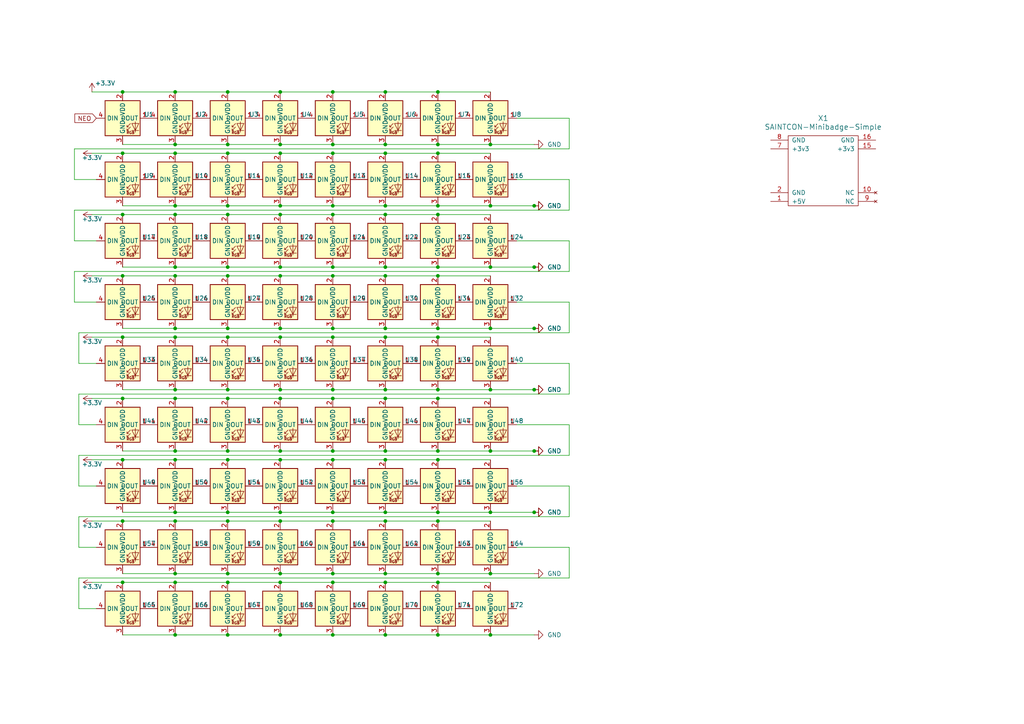
<source format=kicad_sch>
(kicad_sch (version 20230121) (generator eeschema)
  (paper "A4")
  (lib_symbols
    (symbol "XINGLIGHT-XL-1010RGBC-WS2812B:XINGLIGHT-XL-1010RGBC-WS2812B"
      (property "Reference" "U" (at 5.08 6.35 0))
      (symbol "XINGLIGHT-XL-1010RGBC-WS2812B_0_0"
        (text "RGB" (at 2.286 -4.191 0) (effects (font (size 0.762 0.762))))
      )
      (symbol "XINGLIGHT-XL-1010RGBC-WS2812B_0_1"
        (polyline (pts (xy 1.27 -3.556) (xy 1.778 -3.556)))
        (polyline (pts (xy 1.27 -2.54) (xy 1.778 -2.54)))
        (polyline (pts (xy 4.699 -3.556) (xy 2.667 -3.556)))
        (polyline (pts (xy 2.286 -2.54) (xy 1.27 -3.556) (xy 1.27 -3.048)))
        (polyline (pts (xy 2.286 -1.524) (xy 1.27 -2.54) (xy 1.27 -2.032)))
        (polyline (pts (xy 3.683 -1.016) (xy 3.683 -3.556) (xy 3.683 -4.064)))
        (polyline (pts (xy 4.699 -1.524) (xy 2.667 -1.524) (xy 3.683 -3.556) (xy 4.699 -1.524)))
        (rectangle (start 5.08 5.08) (end -5.08 -5.08) (stroke (width 0.254)) (fill (type background)))
      )
      (symbol "XINGLIGHT-XL-1010RGBC-WS2812B_1_1"
        (pin output line (at 7.62 0 180) (length 2.54) (name "DOUT") (number "1"))
        (pin power_in line (at 0 7.62 270) (length 2.54) (name "VDD") (number "2"))
        (pin power_in line (at 0 -7.62 90) (length 2.54) (name "GND") (number "3"))
        (pin input line (at -7.62 0 0) (length 2.54) (name "DIN") (number "4"))
      )
    )
    (symbol "power:+3.3V" (power) (pin_names (offset 0))
      (property "Value" "+3.3V" (at 0 3.556 0))
      (symbol "+3.3V_0_1"
        (polyline (pts (xy -0.762 1.27) (xy 0 2.54)))
        (polyline (pts (xy 0 0) (xy 0 2.54)))
        (polyline (pts (xy 0 2.54) (xy 0.762 1.27)))
      )
      (symbol "+3.3V_1_1"
        (pin power_in line (at 0 0 90) (length 0) hide (name "+3.3V") (number "1"))
      )
    )
    (symbol "power:GND" (power) (pin_names (offset 0))
      (property "Value" "GND" (at 0 -3.81 0))
      (symbol "GND_0_1"
        (polyline (pts (xy 0 0) (xy 0 -1.27) (xy 1.27 -1.27) (xy 0 -2.54) (xy -1.27 -1.27) (xy 0 -1.27)))
      )
      (symbol "GND_1_1"
        (pin power_in line (at 0 0 270) (length 0) hide (name "GND") (number "1"))
      )
    )
    (symbol "saintcon-minibadge:SAINTCON-Minibadge-Simple" (pin_names (offset 1.016))
      (property "Reference" "X" (at 11.43 8.89 0))
      (property "Value" "SAINTCON-Minibadge-Simple" (at 11.43 6.35 0))
      (symbol "SAINTCON-Minibadge-Simple_0_1"
        (rectangle (start -10.16 10.16) (end 10.16 -10.16))
      )
      (symbol "SAINTCON-Minibadge-Simple_1_1"
        (pin power_in line (at -8.89 15.24 270) (length 5.08) (name "+5V") (number "1"))
        (pin no_connect line (at -6.35 -15.24 90) (length 5.08) (name "NC") (number "10"))
        (pin power_in line (at 6.35 -15.24 90) (length 5.08) (name "+3v3") (number "15"))
        (pin power_in line (at 8.89 -15.24 90) (length 5.08) (name "GND") (number "16"))
        (pin power_in line (at -6.35 15.24 270) (length 5.08) (name "GND") (number "2"))
        (pin power_in line (at 6.35 15.24 270) (length 5.08) (name "+3v3") (number "7"))
        (pin power_in line (at 8.89 15.24 270) (length 5.08) (name "GND") (number "8"))
        (pin no_connect line (at -8.89 -15.24 90) (length 5.08) (name "NC") (number "9"))
      )
    )
  )
  (junction (at 66.04 26.67))
  (junction (at 81.28 95.25))
  (junction (at 127 184.15))
  (junction (at 154.94 59.69))
  (junction (at 111.76 41.91))
  (junction (at 96.52 77.47))
  (junction (at 111.76 115.57))
  (junction (at 127 133.35))
  (junction (at 142.24 166.37))
  (junction (at 81.28 133.35))
  (junction (at 35.56 62.23))
  (junction (at 154.94 113.03))
  (junction (at 96.52 80.01))
  (junction (at 96.52 151.13))
  (junction (at 127 26.67))
  (junction (at 142.24 113.03))
  (junction (at 111.76 168.91))
  (junction (at 127 97.79))
  (junction (at 50.8 97.79))
  (junction (at 66.04 77.47))
  (junction (at 142.24 148.59))
  (junction (at 50.8 151.13))
  (junction (at 154.94 95.25))
  (junction (at 50.8 95.25))
  (junction (at 142.24 130.81))
  (junction (at 96.52 97.79))
  (junction (at 50.8 113.03))
  (junction (at 111.76 151.13))
  (junction (at 50.8 133.35))
  (junction (at 81.28 113.03))
  (junction (at 111.76 59.69))
  (junction (at 81.28 62.23))
  (junction (at 66.04 151.13))
  (junction (at 66.04 95.25))
  (junction (at 96.52 41.91))
  (junction (at 66.04 184.15))
  (junction (at 111.76 77.47))
  (junction (at 50.8 26.67))
  (junction (at 66.04 130.81))
  (junction (at 127 77.47))
  (junction (at 111.76 166.37))
  (junction (at 127 95.25))
  (junction (at 111.76 113.03))
  (junction (at 96.52 62.23))
  (junction (at 66.04 168.91))
  (junction (at 81.28 59.69))
  (junction (at 50.8 41.91))
  (junction (at 127 115.57))
  (junction (at 96.52 130.81))
  (junction (at 127 166.37))
  (junction (at 35.56 44.45))
  (junction (at 127 44.45))
  (junction (at 50.8 44.45))
  (junction (at 142.24 77.47))
  (junction (at 66.04 115.57))
  (junction (at 111.76 95.25))
  (junction (at 96.52 168.91))
  (junction (at 142.24 41.91))
  (junction (at 154.94 77.47))
  (junction (at 50.8 77.47))
  (junction (at 142.24 184.15))
  (junction (at 81.28 184.15))
  (junction (at 35.56 80.01))
  (junction (at 81.28 26.67))
  (junction (at 50.8 130.81))
  (junction (at 81.28 166.37))
  (junction (at 111.76 44.45))
  (junction (at 96.52 44.45))
  (junction (at 81.28 41.91))
  (junction (at 66.04 97.79))
  (junction (at 81.28 130.81))
  (junction (at 111.76 148.59))
  (junction (at 50.8 148.59))
  (junction (at 81.28 168.91))
  (junction (at 96.52 115.57))
  (junction (at 127 168.91))
  (junction (at 66.04 62.23))
  (junction (at 127 148.59))
  (junction (at 96.52 113.03))
  (junction (at 111.76 97.79))
  (junction (at 81.28 115.57))
  (junction (at 66.04 44.45))
  (junction (at 127 113.03))
  (junction (at 66.04 148.59))
  (junction (at 127 62.23))
  (junction (at 127 130.81))
  (junction (at 111.76 62.23))
  (junction (at 35.56 97.79))
  (junction (at 35.56 168.91))
  (junction (at 111.76 133.35))
  (junction (at 66.04 41.91))
  (junction (at 127 59.69))
  (junction (at 96.52 148.59))
  (junction (at 66.04 113.03))
  (junction (at 66.04 166.37))
  (junction (at 111.76 184.15))
  (junction (at 96.52 133.35))
  (junction (at 142.24 95.25))
  (junction (at 66.04 133.35))
  (junction (at 50.8 115.57))
  (junction (at 35.56 115.57))
  (junction (at 154.94 148.59))
  (junction (at 96.52 59.69))
  (junction (at 127 41.91))
  (junction (at 111.76 26.67))
  (junction (at 96.52 95.25))
  (junction (at 96.52 166.37))
  (junction (at 127 151.13))
  (junction (at 50.8 166.37))
  (junction (at 142.24 59.69))
  (junction (at 81.28 44.45))
  (junction (at 50.8 184.15))
  (junction (at 50.8 80.01))
  (junction (at 66.04 80.01))
  (junction (at 111.76 80.01))
  (junction (at 111.76 130.81))
  (junction (at 154.94 130.81))
  (junction (at 66.04 59.69))
  (junction (at 96.52 26.67))
  (junction (at 81.28 151.13))
  (junction (at 81.28 97.79))
  (junction (at 35.56 133.35))
  (junction (at 81.28 77.47))
  (junction (at 50.8 168.91))
  (junction (at 50.8 59.69))
  (junction (at 50.8 62.23))
  (junction (at 127 80.01))
  (junction (at 35.56 151.13))
  (junction (at 81.28 80.01))
  (junction (at 35.56 26.67))
  (junction (at 96.52 184.15))
  (junction (at 81.28 148.59))
  (wire (pts (xy 50.8 133.35) (xy 66.04 133.35)))
  (wire (pts (xy 149.86 105.41) (xy 165.1 105.41)))
  (wire (pts (xy 111.76 151.13) (xy 127 151.13)))
  (wire (pts (xy 111.76 95.25) (xy 127 95.25)))
  (wire (pts (xy 35.56 113.03) (xy 50.8 113.03)))
  (wire (pts (xy 66.04 77.47) (xy 81.28 77.47)))
  (wire (pts (xy 127 166.37) (xy 142.24 166.37)))
  (wire (pts (xy 96.52 77.47) (xy 111.76 77.47)))
  (wire (pts (xy 66.04 130.81) (xy 81.28 130.81)))
  (wire (pts (xy 81.28 62.23) (xy 96.52 62.23)))
  (wire (pts (xy 21.59 60.96) (xy 21.59 69.85)))
  (wire (pts (xy 22.86 123.19) (xy 27.94 123.19)))
  (wire (pts (xy 165.1 69.85) (xy 165.1 78.74)))
  (wire (pts (xy 96.52 95.25) (xy 111.76 95.25)))
  (wire (pts (xy 111.76 130.81) (xy 127 130.81)))
  (wire (pts (xy 22.86 176.53) (xy 27.94 176.53)))
  (wire (pts (xy 81.28 130.81) (xy 96.52 130.81)))
  (wire (pts (xy 50.8 26.67) (xy 66.04 26.67)))
  (wire (pts (xy 142.24 113.03) (xy 154.94 113.03)))
  (wire (pts (xy 96.52 151.13) (xy 111.76 151.13)))
  (wire (pts (xy 35.56 184.15) (xy 50.8 184.15)))
  (wire (pts (xy 96.52 80.01) (xy 111.76 80.01)))
  (wire (pts (xy 21.59 43.18) (xy 21.59 52.07)))
  (wire (pts (xy 127 77.47) (xy 142.24 77.47)))
  (wire (pts (xy 96.52 59.69) (xy 111.76 59.69)))
  (wire (pts (xy 50.8 113.03) (xy 66.04 113.03)))
  (wire (pts (xy 96.52 166.37) (xy 111.76 166.37)))
  (wire (pts (xy 127 26.67) (xy 142.24 26.67)))
  (wire (pts (xy 21.59 69.85) (xy 27.94 69.85)))
  (wire (pts (xy 127 133.35) (xy 142.24 133.35)))
  (wire (pts (xy 81.28 77.47) (xy 96.52 77.47)))
  (wire (pts (xy 165.1 132.08) (xy 22.86 132.08)))
  (wire (pts (xy 66.04 113.03) (xy 81.28 113.03)))
  (wire (pts (xy 26.67 168.91) (xy 35.56 168.91)))
  (wire (pts (xy 165.1 167.64) (xy 165.1 158.75)))
  (wire (pts (xy 35.56 62.23) (xy 50.8 62.23)))
  (wire (pts (xy 35.56 26.67) (xy 50.8 26.67)))
  (wire (pts (xy 66.04 148.59) (xy 81.28 148.59)))
  (wire (pts (xy 35.56 44.45) (xy 50.8 44.45)))
  (wire (pts (xy 66.04 62.23) (xy 81.28 62.23)))
  (wire (pts (xy 26.67 44.45) (xy 35.56 44.45)))
  (wire (pts (xy 66.04 95.25) (xy 81.28 95.25)))
  (wire (pts (xy 66.04 184.15) (xy 81.28 184.15)))
  (wire (pts (xy 81.28 80.01) (xy 96.52 80.01)))
  (wire (pts (xy 22.86 132.08) (xy 22.86 140.97)))
  (wire (pts (xy 149.86 87.63) (xy 165.1 87.63)))
  (wire (pts (xy 142.24 41.91) (xy 154.94 41.91)))
  (wire (pts (xy 127 95.25) (xy 142.24 95.25)))
  (wire (pts (xy 81.28 184.15) (xy 96.52 184.15)))
  (wire (pts (xy 81.28 166.37) (xy 96.52 166.37)))
  (wire (pts (xy 81.28 95.25) (xy 96.52 95.25)))
  (wire (pts (xy 50.8 115.57) (xy 66.04 115.57)))
  (wire (pts (xy 22.86 140.97) (xy 27.94 140.97)))
  (wire (pts (xy 26.67 62.23) (xy 35.56 62.23)))
  (wire (pts (xy 96.52 97.79) (xy 111.76 97.79)))
  (wire (pts (xy 50.8 80.01) (xy 66.04 80.01)))
  (wire (pts (xy 96.52 148.59) (xy 111.76 148.59)))
  (wire (pts (xy 35.56 41.91) (xy 50.8 41.91)))
  (wire (pts (xy 111.76 133.35) (xy 127 133.35)))
  (wire (pts (xy 165.1 149.86) (xy 22.86 149.86)))
  (wire (pts (xy 35.56 59.69) (xy 50.8 59.69)))
  (wire (pts (xy 81.28 41.91) (xy 96.52 41.91)))
  (wire (pts (xy 66.04 168.91) (xy 81.28 168.91)))
  (wire (pts (xy 142.24 148.59) (xy 154.94 148.59)))
  (wire (pts (xy 66.04 133.35) (xy 81.28 133.35)))
  (wire (pts (xy 149.86 69.85) (xy 165.1 69.85)))
  (wire (pts (xy 127 184.15) (xy 142.24 184.15)))
  (wire (pts (xy 165.1 123.19) (xy 165.1 132.08)))
  (wire (pts (xy 165.1 96.52) (xy 22.86 96.52)))
  (wire (pts (xy 96.52 133.35) (xy 111.76 133.35)))
  (wire (pts (xy 35.56 130.81) (xy 50.8 130.81)))
  (wire (pts (xy 50.8 62.23) (xy 66.04 62.23)))
  (wire (pts (xy 127 113.03) (xy 142.24 113.03)))
  (wire (pts (xy 22.86 105.41) (xy 27.94 105.41)))
  (wire (pts (xy 165.1 43.18) (xy 21.59 43.18)))
  (wire (pts (xy 81.28 97.79) (xy 96.52 97.79)))
  (wire (pts (xy 66.04 59.69) (xy 81.28 59.69)))
  (wire (pts (xy 111.76 41.91) (xy 127 41.91)))
  (wire (pts (xy 81.28 168.91) (xy 96.52 168.91)))
  (wire (pts (xy 165.1 114.3) (xy 22.86 114.3)))
  (wire (pts (xy 111.76 184.15) (xy 127 184.15)))
  (wire (pts (xy 66.04 166.37) (xy 81.28 166.37)))
  (wire (pts (xy 127 97.79) (xy 142.24 97.79)))
  (wire (pts (xy 21.59 87.63) (xy 27.94 87.63)))
  (wire (pts (xy 165.1 87.63) (xy 165.1 96.52)))
  (wire (pts (xy 142.24 77.47) (xy 154.94 77.47)))
  (wire (pts (xy 127 41.91) (xy 142.24 41.91)))
  (wire (pts (xy 96.52 62.23) (xy 111.76 62.23)))
  (wire (pts (xy 35.56 115.57) (xy 50.8 115.57)))
  (wire (pts (xy 111.76 113.03) (xy 127 113.03)))
  (wire (pts (xy 50.8 151.13) (xy 66.04 151.13)))
  (wire (pts (xy 35.56 95.25) (xy 50.8 95.25)))
  (wire (pts (xy 81.28 148.59) (xy 96.52 148.59)))
  (wire (pts (xy 96.52 115.57) (xy 111.76 115.57)))
  (wire (pts (xy 26.67 80.01) (xy 35.56 80.01)))
  (wire (pts (xy 21.59 52.07) (xy 27.94 52.07)))
  (wire (pts (xy 127 151.13) (xy 142.24 151.13)))
  (wire (pts (xy 111.76 77.47) (xy 127 77.47)))
  (wire (pts (xy 26.67 26.67) (xy 35.56 26.67)))
  (wire (pts (xy 149.86 123.19) (xy 165.1 123.19)))
  (wire (pts (xy 26.67 115.57) (xy 35.56 115.57)))
  (wire (pts (xy 165.1 60.96) (xy 21.59 60.96)))
  (wire (pts (xy 26.67 133.35) (xy 35.56 133.35)))
  (wire (pts (xy 127 115.57) (xy 142.24 115.57)))
  (wire (pts (xy 149.86 52.07) (xy 165.1 52.07)))
  (wire (pts (xy 165.1 34.29) (xy 165.1 43.18)))
  (wire (pts (xy 127 62.23) (xy 142.24 62.23)))
  (wire (pts (xy 66.04 115.57) (xy 81.28 115.57)))
  (wire (pts (xy 35.56 77.47) (xy 50.8 77.47)))
  (wire (pts (xy 96.52 26.67) (xy 111.76 26.67)))
  (wire (pts (xy 66.04 26.67) (xy 81.28 26.67)))
  (wire (pts (xy 111.76 148.59) (xy 127 148.59)))
  (wire (pts (xy 35.56 80.01) (xy 50.8 80.01)))
  (wire (pts (xy 50.8 95.25) (xy 66.04 95.25)))
  (wire (pts (xy 50.8 166.37) (xy 66.04 166.37)))
  (wire (pts (xy 66.04 80.01) (xy 81.28 80.01)))
  (wire (pts (xy 111.76 62.23) (xy 127 62.23)))
  (wire (pts (xy 127 44.45) (xy 142.24 44.45)))
  (wire (pts (xy 81.28 151.13) (xy 96.52 151.13)))
  (wire (pts (xy 35.56 168.91) (xy 50.8 168.91)))
  (wire (pts (xy 127 59.69) (xy 142.24 59.69)))
  (wire (pts (xy 50.8 97.79) (xy 66.04 97.79)))
  (wire (pts (xy 66.04 44.45) (xy 81.28 44.45)))
  (wire (pts (xy 149.86 34.29) (xy 165.1 34.29)))
  (wire (pts (xy 96.52 44.45) (xy 111.76 44.45)))
  (wire (pts (xy 111.76 26.67) (xy 127 26.67)))
  (wire (pts (xy 81.28 133.35) (xy 96.52 133.35)))
  (wire (pts (xy 35.56 151.13) (xy 50.8 151.13)))
  (wire (pts (xy 127 80.01) (xy 142.24 80.01)))
  (wire (pts (xy 111.76 59.69) (xy 127 59.69)))
  (wire (pts (xy 111.76 168.91) (xy 127 168.91)))
  (wire (pts (xy 96.52 41.91) (xy 111.76 41.91)))
  (wire (pts (xy 50.8 41.91) (xy 66.04 41.91)))
  (wire (pts (xy 50.8 184.15) (xy 66.04 184.15)))
  (wire (pts (xy 22.86 158.75) (xy 27.94 158.75)))
  (wire (pts (xy 22.86 96.52) (xy 22.86 105.41)))
  (wire (pts (xy 50.8 148.59) (xy 66.04 148.59)))
  (wire (pts (xy 50.8 130.81) (xy 66.04 130.81)))
  (wire (pts (xy 66.04 151.13) (xy 81.28 151.13)))
  (wire (pts (xy 142.24 95.25) (xy 154.94 95.25)))
  (wire (pts (xy 165.1 167.64) (xy 22.86 167.64)))
  (wire (pts (xy 127 148.59) (xy 142.24 148.59)))
  (wire (pts (xy 81.28 59.69) (xy 96.52 59.69)))
  (wire (pts (xy 22.86 167.64) (xy 22.86 176.53)))
  (wire (pts (xy 81.28 113.03) (xy 96.52 113.03)))
  (wire (pts (xy 26.67 151.13) (xy 35.56 151.13)))
  (wire (pts (xy 149.86 140.97) (xy 165.1 140.97)))
  (wire (pts (xy 50.8 77.47) (xy 66.04 77.47)))
  (wire (pts (xy 111.76 97.79) (xy 127 97.79)))
  (wire (pts (xy 142.24 130.81) (xy 154.94 130.81)))
  (wire (pts (xy 165.1 140.97) (xy 165.1 149.86)))
  (wire (pts (xy 35.56 148.59) (xy 50.8 148.59)))
  (wire (pts (xy 81.28 115.57) (xy 96.52 115.57)))
  (wire (pts (xy 165.1 105.41) (xy 165.1 114.3)))
  (wire (pts (xy 127 168.91) (xy 142.24 168.91)))
  (wire (pts (xy 66.04 97.79) (xy 81.28 97.79)))
  (wire (pts (xy 165.1 52.07) (xy 165.1 60.96)))
  (wire (pts (xy 26.67 97.79) (xy 35.56 97.79)))
  (wire (pts (xy 142.24 184.15) (xy 154.94 184.15)))
  (wire (pts (xy 81.28 44.45) (xy 96.52 44.45)))
  (wire (pts (xy 96.52 168.91) (xy 111.76 168.91)))
  (wire (pts (xy 66.04 41.91) (xy 81.28 41.91)))
  (wire (pts (xy 21.59 78.74) (xy 21.59 87.63)))
  (wire (pts (xy 165.1 78.74) (xy 21.59 78.74)))
  (wire (pts (xy 22.86 114.3) (xy 22.86 123.19)))
  (wire (pts (xy 142.24 166.37) (xy 154.94 166.37)))
  (wire (pts (xy 111.76 115.57) (xy 127 115.57)))
  (wire (pts (xy 35.56 166.37) (xy 50.8 166.37)))
  (wire (pts (xy 35.56 133.35) (xy 50.8 133.35)))
  (wire (pts (xy 96.52 113.03) (xy 111.76 113.03)))
  (wire (pts (xy 50.8 59.69) (xy 66.04 59.69)))
  (wire (pts (xy 127 130.81) (xy 142.24 130.81)))
  (wire (pts (xy 111.76 166.37) (xy 127 166.37)))
  (wire (pts (xy 22.86 149.86) (xy 22.86 158.75)))
  (wire (pts (xy 50.8 168.91) (xy 66.04 168.91)))
  (wire (pts (xy 96.52 130.81) (xy 111.76 130.81)))
  (wire (pts (xy 81.28 26.67) (xy 96.52 26.67)))
  (wire (pts (xy 111.76 44.45) (xy 127 44.45)))
  (wire (pts (xy 142.24 59.69) (xy 154.94 59.69)))
  (wire (pts (xy 96.52 184.15) (xy 111.76 184.15)))
  (wire (pts (xy 165.1 158.75) (xy 149.86 158.75)))
  (wire (pts (xy 50.8 44.45) (xy 66.04 44.45)))
  (wire (pts (xy 111.76 80.01) (xy 127 80.01)))
  (wire (pts (xy 35.56 97.79) (xy 50.8 97.79)))
  (global_label "NEO" (shape input) (at 27.94 34.29 180) (property "Intersheetrefs" "${INTERSHEET_REFS}" (effects hide)))
  (symbol (lib_id "XINGLIGHT-XL-1010RGBC-WS2812B:XINGLIGHT-XL-1010RGBC-WS2812B") (at 50.8 34.29 0) (unit 1)
    (property "Reference" "U2" (at 58.42 33.1821 0))
    (property "Value" "~" (at 50.8 34.29 0))
    (property "Footprint" "XINGLIGHT-XL-1010RGBC-WS2812B:XINGLIGHT-XL-1010RGBC-WS2812B" (effects hide))
  )
  (symbol (lib_id "power:+3.3V") (at 26.67 62.23 90) (unit 1)
    (property "Reference" "#PWR05" (effects hide))
    (property "Value" "+3.3V" (at 26.67 63.5 90))
  )
  (symbol (lib_id "saintcon-minibadge:SAINTCON-Minibadge-Simple") (at 238.76 49.53 90) (unit 1)
    (property "Reference" "X1" (at 238.76 34.29 90) (effects (font (size 1.524 1.524))))
    (property "Value" "SAINTCON-Minibadge-Simple" (at 238.76 36.83 90) (effects (font (size 1.524 1.524))))
    (property "Footprint" "minibadge_kicad:SAINTCON-Minibadge-redactd2023-top" (effects hide))
  )
  (symbol (lib_id "XINGLIGHT-XL-1010RGBC-WS2812B:XINGLIGHT-XL-1010RGBC-WS2812B") (at 142.24 158.75 0) (unit 1)
    (property "Reference" "U64" (at 149.86 157.6421 0))
    (property "Value" "~" (at 142.24 158.75 0))
    (property "Footprint" "XINGLIGHT-XL-1010RGBC-WS2812B:XINGLIGHT-XL-1010RGBC-WS2812B" (effects hide))
  )
  (symbol (lib_id "XINGLIGHT-XL-1010RGBC-WS2812B:XINGLIGHT-XL-1010RGBC-WS2812B") (at 35.56 176.53 0) (unit 1)
    (property "Reference" "U65" (at 43.18 175.4221 0))
    (property "Value" "~" (at 35.56 176.53 0))
    (property "Footprint" "XINGLIGHT-XL-1010RGBC-WS2812B:XINGLIGHT-XL-1010RGBC-WS2812B" (effects hide))
  )
  (symbol (lib_id "power:GND") (at 154.94 113.03 90) (unit 1)
    (property "Reference" "#PWR015" (effects hide))
    (property "Value" "GND" (at 158.75 113.03 90) (effects (justify right)))
  )
  (symbol (lib_id "power:+3.3V") (at 26.67 115.57 90) (unit 1)
    (property "Reference" "#PWR014" (effects hide))
    (property "Value" "+3.3V" (at 26.67 116.84 90))
  )
  (symbol (lib_id "XINGLIGHT-XL-1010RGBC-WS2812B:XINGLIGHT-XL-1010RGBC-WS2812B") (at 111.76 158.75 0) (unit 1)
    (property "Reference" "U62" (at 119.38 157.6421 0))
    (property "Value" "~" (at 111.76 158.75 0))
    (property "Footprint" "XINGLIGHT-XL-1010RGBC-WS2812B:XINGLIGHT-XL-1010RGBC-WS2812B" (effects hide))
  )
  (symbol (lib_id "XINGLIGHT-XL-1010RGBC-WS2812B:XINGLIGHT-XL-1010RGBC-WS2812B") (at 142.24 105.41 0) (unit 1)
    (property "Reference" "U40" (at 149.86 104.3021 0))
    (property "Value" "~" (at 142.24 105.41 0))
    (property "Footprint" "XINGLIGHT-XL-1010RGBC-WS2812B:XINGLIGHT-XL-1010RGBC-WS2812B" (effects hide))
  )
  (symbol (lib_id "power:GND") (at 154.94 59.69 90) (unit 1)
    (property "Reference" "#PWR04" (effects hide))
    (property "Value" "GND" (at 158.75 59.69 90) (effects (justify right)))
  )
  (symbol (lib_id "power:GND") (at 154.94 59.69 90) (unit 1)
    (property "Reference" "#PWR06" (effects hide))
    (property "Value" "GND" (at 158.75 59.69 90) (effects (justify right)))
  )
  (symbol (lib_id "power:GND") (at 154.94 166.37 90) (unit 1)
    (property "Reference" "#PWR022" (effects hide))
    (property "Value" "GND" (at 158.75 166.37 90) (effects (justify right)))
  )
  (symbol (lib_id "XINGLIGHT-XL-1010RGBC-WS2812B:XINGLIGHT-XL-1010RGBC-WS2812B") (at 96.52 123.19 0) (unit 1)
    (property "Reference" "U45" (at 104.14 122.0821 0))
    (property "Value" "~" (at 96.52 123.19 0))
    (property "Footprint" "XINGLIGHT-XL-1010RGBC-WS2812B:XINGLIGHT-XL-1010RGBC-WS2812B" (effects hide))
  )
  (symbol (lib_id "power:+3.3V") (at 26.67 80.01 90) (unit 1)
    (property "Reference" "#PWR08" (effects hide))
    (property "Value" "+3.3V" (at 26.67 81.28 90))
  )
  (symbol (lib_id "XINGLIGHT-XL-1010RGBC-WS2812B:XINGLIGHT-XL-1010RGBC-WS2812B") (at 35.56 34.29 0) (unit 1)
    (property "Reference" "U1" (at 43.18 33.1821 0))
    (property "Value" "~" (at 35.56 34.29 0))
    (property "Footprint" "XINGLIGHT-XL-1010RGBC-WS2812B:XINGLIGHT-XL-1010RGBC-WS2812B" (effects hide))
  )
  (symbol (lib_id "XINGLIGHT-XL-1010RGBC-WS2812B:XINGLIGHT-XL-1010RGBC-WS2812B") (at 142.24 87.63 0) (unit 1)
    (property "Reference" "U32" (at 149.86 86.5221 0))
    (property "Value" "~" (at 142.24 87.63 0))
    (property "Footprint" "XINGLIGHT-XL-1010RGBC-WS2812B:XINGLIGHT-XL-1010RGBC-WS2812B" (effects hide))
  )
  (symbol (lib_id "XINGLIGHT-XL-1010RGBC-WS2812B:XINGLIGHT-XL-1010RGBC-WS2812B") (at 81.28 158.75 0) (unit 1)
    (property "Reference" "U60" (at 88.9 157.6421 0))
    (property "Value" "~" (at 81.28 158.75 0))
    (property "Footprint" "XINGLIGHT-XL-1010RGBC-WS2812B:XINGLIGHT-XL-1010RGBC-WS2812B" (effects hide))
  )
  (symbol (lib_id "power:+3.3V") (at 26.67 168.91 90) (unit 1)
    (property "Reference" "#PWR023" (effects hide))
    (property "Value" "+3.3V" (at 26.67 170.18 90))
  )
  (symbol (lib_id "XINGLIGHT-XL-1010RGBC-WS2812B:XINGLIGHT-XL-1010RGBC-WS2812B") (at 81.28 140.97 0) (unit 1)
    (property "Reference" "U52" (at 88.9 139.8621 0))
    (property "Value" "~" (at 81.28 140.97 0))
    (property "Footprint" "XINGLIGHT-XL-1010RGBC-WS2812B:XINGLIGHT-XL-1010RGBC-WS2812B" (effects hide))
  )
  (symbol (lib_id "power:GND") (at 154.94 77.47 90) (unit 1)
    (property "Reference" "#PWR07" (effects hide))
    (property "Value" "GND" (at 158.75 77.47 90) (effects (justify right)))
  )
  (symbol (lib_id "power:GND") (at 154.94 113.03 90) (unit 1)
    (property "Reference" "#PWR013" (effects hide))
    (property "Value" "GND" (at 158.75 113.03 90) (effects (justify right)))
  )
  (symbol (lib_id "XINGLIGHT-XL-1010RGBC-WS2812B:XINGLIGHT-XL-1010RGBC-WS2812B") (at 111.76 140.97 0) (unit 1)
    (property "Reference" "U54" (at 119.38 139.8621 0))
    (property "Value" "~" (at 111.76 140.97 0))
    (property "Footprint" "XINGLIGHT-XL-1010RGBC-WS2812B:XINGLIGHT-XL-1010RGBC-WS2812B" (effects hide))
  )
  (symbol (lib_id "XINGLIGHT-XL-1010RGBC-WS2812B:XINGLIGHT-XL-1010RGBC-WS2812B") (at 66.04 123.19 0) (unit 1)
    (property "Reference" "U43" (at 73.66 122.0821 0))
    (property "Value" "~" (at 66.04 123.19 0))
    (property "Footprint" "XINGLIGHT-XL-1010RGBC-WS2812B:XINGLIGHT-XL-1010RGBC-WS2812B" (effects hide))
  )
  (symbol (lib_id "XINGLIGHT-XL-1010RGBC-WS2812B:XINGLIGHT-XL-1010RGBC-WS2812B") (at 96.52 69.85 0) (unit 1)
    (property "Reference" "U21" (at 104.14 68.7421 0))
    (property "Value" "~" (at 96.52 69.85 0))
    (property "Footprint" "XINGLIGHT-XL-1010RGBC-WS2812B:XINGLIGHT-XL-1010RGBC-WS2812B" (effects hide))
  )
  (symbol (lib_id "XINGLIGHT-XL-1010RGBC-WS2812B:XINGLIGHT-XL-1010RGBC-WS2812B") (at 50.8 87.63 0) (unit 1)
    (property "Reference" "U26" (at 58.42 86.5221 0))
    (property "Value" "~" (at 50.8 87.63 0))
    (property "Footprint" "XINGLIGHT-XL-1010RGBC-WS2812B:XINGLIGHT-XL-1010RGBC-WS2812B" (effects hide))
  )
  (symbol (lib_id "XINGLIGHT-XL-1010RGBC-WS2812B:XINGLIGHT-XL-1010RGBC-WS2812B") (at 127 176.53 0) (unit 1)
    (property "Reference" "U71" (at 134.62 175.4221 0))
    (property "Value" "~" (at 127 176.53 0))
    (property "Footprint" "XINGLIGHT-XL-1010RGBC-WS2812B:XINGLIGHT-XL-1010RGBC-WS2812B" (effects hide))
  )
  (symbol (lib_id "XINGLIGHT-XL-1010RGBC-WS2812B:XINGLIGHT-XL-1010RGBC-WS2812B") (at 50.8 52.07 0) (unit 1)
    (property "Reference" "U10" (at 58.42 50.9621 0))
    (property "Value" "~" (at 50.8 52.07 0))
    (property "Footprint" "XINGLIGHT-XL-1010RGBC-WS2812B:XINGLIGHT-XL-1010RGBC-WS2812B" (effects hide))
  )
  (symbol (lib_id "power:GND") (at 154.94 77.47 90) (unit 1)
    (property "Reference" "#PWR09" (effects hide))
    (property "Value" "GND" (at 158.75 77.47 90) (effects (justify right)))
  )
  (symbol (lib_id "XINGLIGHT-XL-1010RGBC-WS2812B:XINGLIGHT-XL-1010RGBC-WS2812B") (at 127 69.85 0) (unit 1)
    (property "Reference" "U23" (at 134.62 68.7421 0))
    (property "Value" "~" (at 127 69.85 0))
    (property "Footprint" "XINGLIGHT-XL-1010RGBC-WS2812B:XINGLIGHT-XL-1010RGBC-WS2812B" (effects hide))
  )
  (symbol (lib_id "XINGLIGHT-XL-1010RGBC-WS2812B:XINGLIGHT-XL-1010RGBC-WS2812B") (at 142.24 140.97 0) (unit 1)
    (property "Reference" "U56" (at 149.86 139.8621 0))
    (property "Value" "~" (at 142.24 140.97 0))
    (property "Footprint" "XINGLIGHT-XL-1010RGBC-WS2812B:XINGLIGHT-XL-1010RGBC-WS2812B" (effects hide))
  )
  (symbol (lib_id "XINGLIGHT-XL-1010RGBC-WS2812B:XINGLIGHT-XL-1010RGBC-WS2812B") (at 35.56 123.19 0) (unit 1)
    (property "Reference" "U41" (at 43.18 122.0821 0))
    (property "Value" "~" (at 35.56 123.19 0))
    (property "Footprint" "XINGLIGHT-XL-1010RGBC-WS2812B:XINGLIGHT-XL-1010RGBC-WS2812B" (effects hide))
  )
  (symbol (lib_id "XINGLIGHT-XL-1010RGBC-WS2812B:XINGLIGHT-XL-1010RGBC-WS2812B") (at 81.28 123.19 0) (unit 1)
    (property "Reference" "U44" (at 88.9 122.0821 0))
    (property "Value" "~" (at 81.28 123.19 0))
    (property "Footprint" "XINGLIGHT-XL-1010RGBC-WS2812B:XINGLIGHT-XL-1010RGBC-WS2812B" (effects hide))
  )
  (symbol (lib_id "power:+3.3V") (at 26.67 151.13 90) (unit 1)
    (property "Reference" "#PWR020" (effects hide))
    (property "Value" "+3.3V" (at 26.67 152.4 90))
  )
  (symbol (lib_id "power:+3.3V") (at 26.67 26.67 0) (unit 1)
    (property "Reference" "#PWR02" (effects hide))
    (property "Value" "+3.3V" (at 30.48 24.13 0))
  )
  (symbol (lib_id "XINGLIGHT-XL-1010RGBC-WS2812B:XINGLIGHT-XL-1010RGBC-WS2812B") (at 142.24 176.53 0) (unit 1)
    (property "Reference" "U72" (at 149.86 175.4221 0))
    (property "Value" "~" (at 142.24 176.53 0))
    (property "Footprint" "XINGLIGHT-XL-1010RGBC-WS2812B:XINGLIGHT-XL-1010RGBC-WS2812B" (effects hide))
  )
  (symbol (lib_id "XINGLIGHT-XL-1010RGBC-WS2812B:XINGLIGHT-XL-1010RGBC-WS2812B") (at 127 140.97 0) (unit 1)
    (property "Reference" "U55" (at 134.62 139.8621 0))
    (property "Value" "~" (at 127 140.97 0))
    (property "Footprint" "XINGLIGHT-XL-1010RGBC-WS2812B:XINGLIGHT-XL-1010RGBC-WS2812B" (effects hide))
  )
  (symbol (lib_id "XINGLIGHT-XL-1010RGBC-WS2812B:XINGLIGHT-XL-1010RGBC-WS2812B") (at 96.52 34.29 0) (unit 1)
    (property "Reference" "U5" (at 104.14 33.1821 0))
    (property "Value" "~" (at 96.52 34.29 0))
    (property "Footprint" "XINGLIGHT-XL-1010RGBC-WS2812B:XINGLIGHT-XL-1010RGBC-WS2812B" (effects hide))
  )
  (symbol (lib_id "XINGLIGHT-XL-1010RGBC-WS2812B:XINGLIGHT-XL-1010RGBC-WS2812B") (at 35.56 69.85 0) (unit 1)
    (property "Reference" "U17" (at 43.18 68.7421 0))
    (property "Value" "~" (at 35.56 69.85 0))
    (property "Footprint" "XINGLIGHT-XL-1010RGBC-WS2812B:XINGLIGHT-XL-1010RGBC-WS2812B" (effects hide))
  )
  (symbol (lib_id "XINGLIGHT-XL-1010RGBC-WS2812B:XINGLIGHT-XL-1010RGBC-WS2812B") (at 50.8 123.19 0) (unit 1)
    (property "Reference" "U42" (at 58.42 122.0821 0))
    (property "Value" "~" (at 50.8 123.19 0))
    (property "Footprint" "XINGLIGHT-XL-1010RGBC-WS2812B:XINGLIGHT-XL-1010RGBC-WS2812B" (effects hide))
  )
  (symbol (lib_id "XINGLIGHT-XL-1010RGBC-WS2812B:XINGLIGHT-XL-1010RGBC-WS2812B") (at 96.52 176.53 0) (unit 1)
    (property "Reference" "U69" (at 104.14 175.4221 0))
    (property "Value" "~" (at 96.52 176.53 0))
    (property "Footprint" "XINGLIGHT-XL-1010RGBC-WS2812B:XINGLIGHT-XL-1010RGBC-WS2812B" (effects hide))
  )
  (symbol (lib_id "XINGLIGHT-XL-1010RGBC-WS2812B:XINGLIGHT-XL-1010RGBC-WS2812B") (at 127 34.29 0) (unit 1)
    (property "Reference" "U7" (at 134.62 33.1821 0))
    (property "Value" "~" (at 127 34.29 0))
    (property "Footprint" "XINGLIGHT-XL-1010RGBC-WS2812B:XINGLIGHT-XL-1010RGBC-WS2812B" (effects hide))
  )
  (symbol (lib_id "power:+3.3V") (at 26.67 133.35 90) (unit 1)
    (property "Reference" "#PWR017" (effects hide))
    (property "Value" "+3.3V" (at 26.67 134.62 90))
  )
  (symbol (lib_id "power:GND") (at 154.94 95.25 90) (unit 1)
    (property "Reference" "#PWR012" (effects hide))
    (property "Value" "GND" (at 158.75 95.25 90) (effects (justify right)))
  )
  (symbol (lib_id "XINGLIGHT-XL-1010RGBC-WS2812B:XINGLIGHT-XL-1010RGBC-WS2812B") (at 127 158.75 0) (unit 1)
    (property "Reference" "U63" (at 134.62 157.6421 0))
    (property "Value" "~" (at 127 158.75 0))
    (property "Footprint" "XINGLIGHT-XL-1010RGBC-WS2812B:XINGLIGHT-XL-1010RGBC-WS2812B" (effects hide))
  )
  (symbol (lib_id "XINGLIGHT-XL-1010RGBC-WS2812B:XINGLIGHT-XL-1010RGBC-WS2812B") (at 142.24 69.85 0) (unit 1)
    (property "Reference" "U24" (at 149.86 68.7421 0))
    (property "Value" "~" (at 142.24 69.85 0))
    (property "Footprint" "XINGLIGHT-XL-1010RGBC-WS2812B:XINGLIGHT-XL-1010RGBC-WS2812B" (effects hide))
  )
  (symbol (lib_id "XINGLIGHT-XL-1010RGBC-WS2812B:XINGLIGHT-XL-1010RGBC-WS2812B") (at 142.24 123.19 0) (unit 1)
    (property "Reference" "U48" (at 149.86 122.0821 0))
    (property "Value" "~" (at 142.24 123.19 0))
    (property "Footprint" "XINGLIGHT-XL-1010RGBC-WS2812B:XINGLIGHT-XL-1010RGBC-WS2812B" (effects hide))
  )
  (symbol (lib_id "XINGLIGHT-XL-1010RGBC-WS2812B:XINGLIGHT-XL-1010RGBC-WS2812B") (at 81.28 69.85 0) (unit 1)
    (property "Reference" "U20" (at 88.9 68.7421 0))
    (property "Value" "~" (at 81.28 69.85 0))
    (property "Footprint" "XINGLIGHT-XL-1010RGBC-WS2812B:XINGLIGHT-XL-1010RGBC-WS2812B" (effects hide))
  )
  (symbol (lib_id "XINGLIGHT-XL-1010RGBC-WS2812B:XINGLIGHT-XL-1010RGBC-WS2812B") (at 127 52.07 0) (unit 1)
    (property "Reference" "U15" (at 134.62 50.9621 0))
    (property "Value" "~" (at 127 52.07 0))
    (property "Footprint" "XINGLIGHT-XL-1010RGBC-WS2812B:XINGLIGHT-XL-1010RGBC-WS2812B" (effects hide))
  )
  (symbol (lib_id "power:GND") (at 154.94 148.59 90) (unit 1)
    (property "Reference" "#PWR021" (effects hide))
    (property "Value" "GND" (at 158.75 148.59 90) (effects (justify right)))
  )
  (symbol (lib_id "XINGLIGHT-XL-1010RGBC-WS2812B:XINGLIGHT-XL-1010RGBC-WS2812B") (at 111.76 87.63 0) (unit 1)
    (property "Reference" "U30" (at 119.38 86.5221 0))
    (property "Value" "~" (at 111.76 87.63 0))
    (property "Footprint" "XINGLIGHT-XL-1010RGBC-WS2812B:XINGLIGHT-XL-1010RGBC-WS2812B" (effects hide))
  )
  (symbol (lib_id "XINGLIGHT-XL-1010RGBC-WS2812B:XINGLIGHT-XL-1010RGBC-WS2812B") (at 127 87.63 0) (unit 1)
    (property "Reference" "U31" (at 134.62 86.5221 0))
    (property "Value" "~" (at 127 87.63 0))
    (property "Footprint" "XINGLIGHT-XL-1010RGBC-WS2812B:XINGLIGHT-XL-1010RGBC-WS2812B" (effects hide))
  )
  (symbol (lib_id "power:+3.3V") (at 26.67 97.79 90) (unit 1)
    (property "Reference" "#PWR011" (effects hide))
    (property "Value" "+3.3V" (at 26.67 99.06 90))
  )
  (symbol (lib_id "XINGLIGHT-XL-1010RGBC-WS2812B:XINGLIGHT-XL-1010RGBC-WS2812B") (at 142.24 34.29 0) (unit 1)
    (property "Reference" "U8" (at 149.86 33.1821 0))
    (property "Value" "~" (at 142.24 34.29 0))
    (property "Footprint" "XINGLIGHT-XL-1010RGBC-WS2812B:XINGLIGHT-XL-1010RGBC-WS2812B" (effects hide))
  )
  (symbol (lib_id "XINGLIGHT-XL-1010RGBC-WS2812B:XINGLIGHT-XL-1010RGBC-WS2812B") (at 111.76 52.07 0) (unit 1)
    (property "Reference" "U14" (at 119.38 50.9621 0))
    (property "Value" "~" (at 111.76 52.07 0))
    (property "Footprint" "XINGLIGHT-XL-1010RGBC-WS2812B:XINGLIGHT-XL-1010RGBC-WS2812B" (effects hide))
  )
  (symbol (lib_id "XINGLIGHT-XL-1010RGBC-WS2812B:XINGLIGHT-XL-1010RGBC-WS2812B") (at 66.04 158.75 0) (unit 1)
    (property "Reference" "U59" (at 73.66 157.6421 0))
    (property "Value" "~" (at 66.04 158.75 0))
    (property "Footprint" "XINGLIGHT-XL-1010RGBC-WS2812B:XINGLIGHT-XL-1010RGBC-WS2812B" (effects hide))
  )
  (symbol (lib_id "power:GND") (at 154.94 95.25 90) (unit 1)
    (property "Reference" "#PWR010" (effects hide))
    (property "Value" "GND" (at 158.75 95.25 90) (effects (justify right)))
  )
  (symbol (lib_id "XINGLIGHT-XL-1010RGBC-WS2812B:XINGLIGHT-XL-1010RGBC-WS2812B") (at 96.52 105.41 0) (unit 1)
    (property "Reference" "U37" (at 104.14 104.3021 0))
    (property "Value" "~" (at 96.52 105.41 0))
    (property "Footprint" "XINGLIGHT-XL-1010RGBC-WS2812B:XINGLIGHT-XL-1010RGBC-WS2812B" (effects hide))
  )
  (symbol (lib_id "XINGLIGHT-XL-1010RGBC-WS2812B:XINGLIGHT-XL-1010RGBC-WS2812B") (at 66.04 87.63 0) (unit 1)
    (property "Reference" "U27" (at 73.66 86.5221 0))
    (property "Value" "~" (at 66.04 87.63 0))
    (property "Footprint" "XINGLIGHT-XL-1010RGBC-WS2812B:XINGLIGHT-XL-1010RGBC-WS2812B" (effects hide))
  )
  (symbol (lib_id "XINGLIGHT-XL-1010RGBC-WS2812B:XINGLIGHT-XL-1010RGBC-WS2812B") (at 66.04 52.07 0) (unit 1)
    (property "Reference" "U11" (at 73.66 50.9621 0))
    (property "Value" "~" (at 66.04 52.07 0))
    (property "Footprint" "XINGLIGHT-XL-1010RGBC-WS2812B:XINGLIGHT-XL-1010RGBC-WS2812B" (effects hide))
  )
  (symbol (lib_id "XINGLIGHT-XL-1010RGBC-WS2812B:XINGLIGHT-XL-1010RGBC-WS2812B") (at 66.04 69.85 0) (unit 1)
    (property "Reference" "U19" (at 73.66 68.7421 0))
    (property "Value" "~" (at 66.04 69.85 0))
    (property "Footprint" "XINGLIGHT-XL-1010RGBC-WS2812B:XINGLIGHT-XL-1010RGBC-WS2812B" (effects hide))
  )
  (symbol (lib_id "XINGLIGHT-XL-1010RGBC-WS2812B:XINGLIGHT-XL-1010RGBC-WS2812B") (at 50.8 140.97 0) (unit 1)
    (property "Reference" "U50" (at 58.42 139.8621 0))
    (property "Value" "~" (at 50.8 140.97 0))
    (property "Footprint" "XINGLIGHT-XL-1010RGBC-WS2812B:XINGLIGHT-XL-1010RGBC-WS2812B" (effects hide))
  )
  (symbol (lib_id "XINGLIGHT-XL-1010RGBC-WS2812B:XINGLIGHT-XL-1010RGBC-WS2812B") (at 35.56 52.07 0) (unit 1)
    (property "Reference" "U9" (at 43.18 50.9621 0))
    (property "Value" "~" (at 35.56 52.07 0))
    (property "Footprint" "XINGLIGHT-XL-1010RGBC-WS2812B:XINGLIGHT-XL-1010RGBC-WS2812B" (effects hide))
  )
  (symbol (lib_id "XINGLIGHT-XL-1010RGBC-WS2812B:XINGLIGHT-XL-1010RGBC-WS2812B") (at 81.28 176.53 0) (unit 1)
    (property "Reference" "U68" (at 88.9 175.4221 0))
    (property "Value" "~" (at 81.28 176.53 0))
    (property "Footprint" "XINGLIGHT-XL-1010RGBC-WS2812B:XINGLIGHT-XL-1010RGBC-WS2812B" (effects hide))
  )
  (symbol (lib_id "XINGLIGHT-XL-1010RGBC-WS2812B:XINGLIGHT-XL-1010RGBC-WS2812B") (at 35.56 158.75 0) (unit 1)
    (property "Reference" "U57" (at 43.18 157.6421 0))
    (property "Value" "~" (at 35.56 158.75 0))
    (property "Footprint" "XINGLIGHT-XL-1010RGBC-WS2812B:XINGLIGHT-XL-1010RGBC-WS2812B" (effects hide))
  )
  (symbol (lib_id "XINGLIGHT-XL-1010RGBC-WS2812B:XINGLIGHT-XL-1010RGBC-WS2812B") (at 81.28 105.41 0) (unit 1)
    (property "Reference" "U36" (at 88.9 104.3021 0))
    (property "Value" "~" (at 81.28 105.41 0))
    (property "Footprint" "XINGLIGHT-XL-1010RGBC-WS2812B:XINGLIGHT-XL-1010RGBC-WS2812B" (effects hide))
  )
  (symbol (lib_id "power:+3.3V") (at 26.67 44.45 90) (unit 1)
    (property "Reference" "#PWR03" (effects hide))
    (property "Value" "+3.3V" (at 26.67 45.72 90))
  )
  (symbol (lib_id "XINGLIGHT-XL-1010RGBC-WS2812B:XINGLIGHT-XL-1010RGBC-WS2812B") (at 50.8 158.75 0) (unit 1)
    (property "Reference" "U58" (at 58.42 157.6421 0))
    (property "Value" "~" (at 50.8 158.75 0))
    (property "Footprint" "XINGLIGHT-XL-1010RGBC-WS2812B:XINGLIGHT-XL-1010RGBC-WS2812B" (effects hide))
  )
  (symbol (lib_id "power:GND") (at 154.94 130.81 90) (unit 1)
    (property "Reference" "#PWR016" (effects hide))
    (property "Value" "GND" (at 158.75 130.81 90) (effects (justify right)))
  )
  (symbol (lib_id "XINGLIGHT-XL-1010RGBC-WS2812B:XINGLIGHT-XL-1010RGBC-WS2812B") (at 142.24 52.07 0) (unit 1)
    (property "Reference" "U16" (at 149.86 50.9621 0))
    (property "Value" "~" (at 142.24 52.07 0))
    (property "Footprint" "XINGLIGHT-XL-1010RGBC-WS2812B:XINGLIGHT-XL-1010RGBC-WS2812B" (effects hide))
  )
  (symbol (lib_id "XINGLIGHT-XL-1010RGBC-WS2812B:XINGLIGHT-XL-1010RGBC-WS2812B") (at 96.52 87.63 0) (unit 1)
    (property "Reference" "U29" (at 104.14 86.5221 0))
    (property "Value" "~" (at 96.52 87.63 0))
    (property "Footprint" "XINGLIGHT-XL-1010RGBC-WS2812B:XINGLIGHT-XL-1010RGBC-WS2812B" (effects hide))
  )
  (symbol (lib_id "XINGLIGHT-XL-1010RGBC-WS2812B:XINGLIGHT-XL-1010RGBC-WS2812B") (at 111.76 34.29 0) (unit 1)
    (property "Reference" "U6" (at 119.38 33.1821 0))
    (property "Value" "~" (at 111.76 34.29 0))
    (property "Footprint" "XINGLIGHT-XL-1010RGBC-WS2812B:XINGLIGHT-XL-1010RGBC-WS2812B" (effects hide))
  )
  (symbol (lib_id "power:GND") (at 154.94 41.91 90) (unit 1)
    (property "Reference" "#PWR01" (effects hide))
    (property "Value" "GND" (at 158.75 41.91 90) (effects (justify right)))
  )
  (symbol (lib_id "XINGLIGHT-XL-1010RGBC-WS2812B:XINGLIGHT-XL-1010RGBC-WS2812B") (at 127 105.41 0) (unit 1)
    (property "Reference" "U39" (at 134.62 104.3021 0))
    (property "Value" "~" (at 127 105.41 0))
    (property "Footprint" "XINGLIGHT-XL-1010RGBC-WS2812B:XINGLIGHT-XL-1010RGBC-WS2812B" (effects hide))
  )
  (symbol (lib_id "XINGLIGHT-XL-1010RGBC-WS2812B:XINGLIGHT-XL-1010RGBC-WS2812B") (at 81.28 87.63 0) (unit 1)
    (property "Reference" "U28" (at 88.9 86.5221 0))
    (property "Value" "~" (at 81.28 87.63 0))
    (property "Footprint" "XINGLIGHT-XL-1010RGBC-WS2812B:XINGLIGHT-XL-1010RGBC-WS2812B" (effects hide))
  )
  (symbol (lib_id "XINGLIGHT-XL-1010RGBC-WS2812B:XINGLIGHT-XL-1010RGBC-WS2812B") (at 35.56 87.63 0) (unit 1)
    (property "Reference" "U25" (at 43.18 86.5221 0))
    (property "Value" "~" (at 35.56 87.63 0))
    (property "Footprint" "XINGLIGHT-XL-1010RGBC-WS2812B:XINGLIGHT-XL-1010RGBC-WS2812B" (effects hide))
  )
  (symbol (lib_id "XINGLIGHT-XL-1010RGBC-WS2812B:XINGLIGHT-XL-1010RGBC-WS2812B") (at 96.52 140.97 0) (unit 1)
    (property "Reference" "U53" (at 104.14 139.8621 0))
    (property "Value" "~" (at 96.52 140.97 0))
    (property "Footprint" "XINGLIGHT-XL-1010RGBC-WS2812B:XINGLIGHT-XL-1010RGBC-WS2812B" (effects hide))
  )
  (symbol (lib_id "XINGLIGHT-XL-1010RGBC-WS2812B:XINGLIGHT-XL-1010RGBC-WS2812B") (at 66.04 34.29 0) (unit 1)
    (property "Reference" "U3" (at 73.66 33.1821 0))
    (property "Value" "~" (at 66.04 34.29 0))
    (property "Footprint" "XINGLIGHT-XL-1010RGBC-WS2812B:XINGLIGHT-XL-1010RGBC-WS2812B" (effects hide))
  )
  (symbol (lib_id "XINGLIGHT-XL-1010RGBC-WS2812B:XINGLIGHT-XL-1010RGBC-WS2812B") (at 66.04 140.97 0) (unit 1)
    (property "Reference" "U51" (at 73.66 139.8621 0))
    (property "Value" "~" (at 66.04 140.97 0))
    (property "Footprint" "XINGLIGHT-XL-1010RGBC-WS2812B:XINGLIGHT-XL-1010RGBC-WS2812B" (effects hide))
  )
  (symbol (lib_id "XINGLIGHT-XL-1010RGBC-WS2812B:XINGLIGHT-XL-1010RGBC-WS2812B") (at 96.52 158.75 0) (unit 1)
    (property "Reference" "U61" (at 104.14 157.6421 0))
    (property "Value" "~" (at 96.52 158.75 0))
    (property "Footprint" "XINGLIGHT-XL-1010RGBC-WS2812B:XINGLIGHT-XL-1010RGBC-WS2812B" (effects hide))
  )
  (symbol (lib_id "XINGLIGHT-XL-1010RGBC-WS2812B:XINGLIGHT-XL-1010RGBC-WS2812B") (at 81.28 52.07 0) (unit 1)
    (property "Reference" "U12" (at 88.9 50.9621 0))
    (property "Value" "~" (at 81.28 52.07 0))
    (property "Footprint" "XINGLIGHT-XL-1010RGBC-WS2812B:XINGLIGHT-XL-1010RGBC-WS2812B" (effects hide))
  )
  (symbol (lib_id "XINGLIGHT-XL-1010RGBC-WS2812B:XINGLIGHT-XL-1010RGBC-WS2812B") (at 50.8 69.85 0) (unit 1)
    (property "Reference" "U18" (at 58.42 68.7421 0))
    (property "Value" "~" (at 50.8 69.85 0))
    (property "Footprint" "XINGLIGHT-XL-1010RGBC-WS2812B:XINGLIGHT-XL-1010RGBC-WS2812B" (effects hide))
  )
  (symbol (lib_id "XINGLIGHT-XL-1010RGBC-WS2812B:XINGLIGHT-XL-1010RGBC-WS2812B") (at 35.56 140.97 0) (unit 1)
    (property "Reference" "U49" (at 43.18 139.8621 0))
    (property "Value" "~" (at 35.56 140.97 0))
    (property "Footprint" "XINGLIGHT-XL-1010RGBC-WS2812B:XINGLIGHT-XL-1010RGBC-WS2812B" (effects hide))
  )
  (symbol (lib_id "XINGLIGHT-XL-1010RGBC-WS2812B:XINGLIGHT-XL-1010RGBC-WS2812B") (at 50.8 105.41 0) (unit 1)
    (property "Reference" "U34" (at 58.42 104.3021 0))
    (property "Value" "~" (at 50.8 105.41 0))
    (property "Footprint" "XINGLIGHT-XL-1010RGBC-WS2812B:XINGLIGHT-XL-1010RGBC-WS2812B" (effects hide))
  )
  (symbol (lib_id "XINGLIGHT-XL-1010RGBC-WS2812B:XINGLIGHT-XL-1010RGBC-WS2812B") (at 50.8 176.53 0) (unit 1)
    (property "Reference" "U66" (at 58.42 175.4221 0))
    (property "Value" "~" (at 50.8 176.53 0))
    (property "Footprint" "XINGLIGHT-XL-1010RGBC-WS2812B:XINGLIGHT-XL-1010RGBC-WS2812B" (effects hide))
  )
  (symbol (lib_id "power:GND") (at 154.94 184.15 90) (unit 1)
    (property "Reference" "#PWR024" (effects hide))
    (property "Value" "GND" (at 158.75 184.15 90) (effects (justify right)))
  )
  (symbol (lib_id "XINGLIGHT-XL-1010RGBC-WS2812B:XINGLIGHT-XL-1010RGBC-WS2812B") (at 111.76 176.53 0) (unit 1)
    (property "Reference" "U70" (at 119.38 175.4221 0))
    (property "Value" "~" (at 111.76 176.53 0))
    (property "Footprint" "XINGLIGHT-XL-1010RGBC-WS2812B:XINGLIGHT-XL-1010RGBC-WS2812B" (effects hide))
  )
  (symbol (lib_id "XINGLIGHT-XL-1010RGBC-WS2812B:XINGLIGHT-XL-1010RGBC-WS2812B") (at 111.76 123.19 0) (unit 1)
    (property "Reference" "U46" (at 119.38 122.0821 0))
    (property "Value" "~" (at 111.76 123.19 0))
    (property "Footprint" "XINGLIGHT-XL-1010RGBC-WS2812B:XINGLIGHT-XL-1010RGBC-WS2812B" (effects hide))
  )
  (symbol (lib_id "XINGLIGHT-XL-1010RGBC-WS2812B:XINGLIGHT-XL-1010RGBC-WS2812B") (at 111.76 105.41 0) (unit 1)
    (property "Reference" "U38" (at 119.38 104.3021 0))
    (property "Value" "~" (at 111.76 105.41 0))
    (property "Footprint" "XINGLIGHT-XL-1010RGBC-WS2812B:XINGLIGHT-XL-1010RGBC-WS2812B" (effects hide))
  )
  (symbol (lib_id "XINGLIGHT-XL-1010RGBC-WS2812B:XINGLIGHT-XL-1010RGBC-WS2812B") (at 81.28 34.29 0) (unit 1)
    (property "Reference" "U4" (at 88.9 33.1821 0))
    (property "Value" "~" (at 81.28 34.29 0))
    (property "Footprint" "XINGLIGHT-XL-1010RGBC-WS2812B:XINGLIGHT-XL-1010RGBC-WS2812B" (effects hide))
  )
  (symbol (lib_id "XINGLIGHT-XL-1010RGBC-WS2812B:XINGLIGHT-XL-1010RGBC-WS2812B") (at 66.04 176.53 0) (unit 1)
    (property "Reference" "U67" (at 73.66 175.4221 0))
    (property "Value" "~" (at 66.04 176.53 0))
    (property "Footprint" "XINGLIGHT-XL-1010RGBC-WS2812B:XINGLIGHT-XL-1010RGBC-WS2812B" (effects hide))
  )
  (symbol (lib_id "XINGLIGHT-XL-1010RGBC-WS2812B:XINGLIGHT-XL-1010RGBC-WS2812B") (at 127 123.19 0) (unit 1)
    (property "Reference" "U47" (at 134.62 122.0821 0))
    (property "Value" "~" (at 127 123.19 0))
    (property "Footprint" "XINGLIGHT-XL-1010RGBC-WS2812B:XINGLIGHT-XL-1010RGBC-WS2812B" (effects hide))
  )
  (symbol (lib_id "XINGLIGHT-XL-1010RGBC-WS2812B:XINGLIGHT-XL-1010RGBC-WS2812B") (at 96.52 52.07 0) (unit 1)
    (property "Reference" "U13" (at 104.14 50.9621 0))
    (property "Value" "~" (at 96.52 52.07 0))
    (property "Footprint" "XINGLIGHT-XL-1010RGBC-WS2812B:XINGLIGHT-XL-1010RGBC-WS2812B" (effects hide))
  )
  (symbol (lib_id "XINGLIGHT-XL-1010RGBC-WS2812B:XINGLIGHT-XL-1010RGBC-WS2812B") (at 66.04 105.41 0) (unit 1)
    (property "Reference" "U35" (at 73.66 104.3021 0))
    (property "Value" "~" (at 66.04 105.41 0))
    (property "Footprint" "XINGLIGHT-XL-1010RGBC-WS2812B:XINGLIGHT-XL-1010RGBC-WS2812B" (effects hide))
  )
  (symbol (lib_id "XINGLIGHT-XL-1010RGBC-WS2812B:XINGLIGHT-XL-1010RGBC-WS2812B") (at 111.76 69.85 0) (unit 1)
    (property "Reference" "U22" (at 119.38 68.7421 0))
    (property "Value" "~" (at 111.76 69.85 0))
    (property "Footprint" "XINGLIGHT-XL-1010RGBC-WS2812B:XINGLIGHT-XL-1010RGBC-WS2812B" (effects hide))
  )
  (symbol (lib_id "XINGLIGHT-XL-1010RGBC-WS2812B:XINGLIGHT-XL-1010RGBC-WS2812B") (at 35.56 105.41 0) (unit 1)
    (property "Reference" "U33" (at 43.18 104.3021 0))
    (property "Value" "~" (at 35.56 105.41 0))
    (property "Footprint" "XINGLIGHT-XL-1010RGBC-WS2812B:XINGLIGHT-XL-1010RGBC-WS2812B" (effects hide))
  )
  (symbol (lib_id "power:GND") (at 154.94 148.59 90) (unit 1)
    (property "Reference" "#PWR019" (effects hide))
    (property "Value" "GND" (at 158.75 148.59 90) (effects (justify right)))
  )
  (symbol (lib_id "power:GND") (at 154.94 130.81 90) (unit 1)
    (property "Reference" "#PWR018" (effects hide))
    (property "Value" "GND" (at 158.75 130.81 90) (effects (justify right)))
  )
)
</source>
